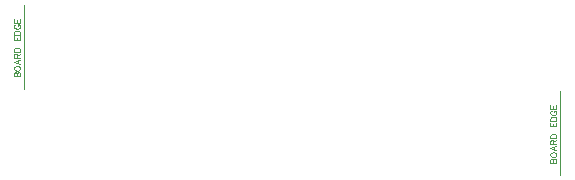
<source format=gbr>
G04 DipTrace 4.0.0.5*
G04 TopAssembly.gbr*
%MOMM*%
G04 #@! TF.FileFunction,Drawing,Top*
G04 #@! TF.Part,Single*
%ADD13C,0.12*%
%ADD77C,0.07843*%
%FSLAX35Y35*%
G04*
G71*
G90*
G75*
G01*
G04 TopAssy*
%LPD*%
X3435743Y-2909873D2*
D13*
Y-2201873D1*
X-1104507Y-2179627D2*
Y-1471627D1*
X3350980Y-2805982D2*
D77*
X3402024D1*
Y-2784082D1*
X3399553Y-2776782D1*
X3397138Y-2774367D1*
X3392309Y-2771953D1*
X3385009D1*
X3380124Y-2774367D1*
X3377709Y-2776782D1*
X3375295Y-2784082D1*
X3372824Y-2776782D1*
X3370409Y-2774367D1*
X3365580Y-2771953D1*
X3360695D1*
X3355865Y-2774367D1*
X3353395Y-2776782D1*
X3350980Y-2784082D1*
Y-2805982D1*
X3375295D2*
Y-2784082D1*
X3350980Y-2741666D2*
X3353395Y-2746552D1*
X3358280Y-2751381D1*
X3363109Y-2753852D1*
X3370409Y-2756266D1*
X3382595D1*
X3389838Y-2753852D1*
X3394724Y-2751381D1*
X3399553Y-2746552D1*
X3402024Y-2741666D1*
Y-2731952D1*
X3399553Y-2727122D1*
X3394724Y-2722237D1*
X3389838Y-2719822D1*
X3382595Y-2717408D1*
X3370409D1*
X3363109Y-2719822D1*
X3358280Y-2722237D1*
X3353395Y-2727122D1*
X3350980Y-2731952D1*
Y-2741666D1*
X3402024Y-2662807D2*
X3350980Y-2682292D1*
X3402024Y-2701722D1*
X3385009Y-2694422D2*
Y-2670107D1*
X3375295Y-2647121D2*
Y-2625277D1*
X3372824Y-2617977D1*
X3370409Y-2615506D1*
X3365580Y-2613091D1*
X3360695D1*
X3355865Y-2615506D1*
X3353395Y-2617977D1*
X3350980Y-2625277D1*
Y-2647121D1*
X3402024D1*
X3375295Y-2630106D2*
X3402024Y-2613091D1*
X3350980Y-2597405D2*
X3402024D1*
Y-2580391D1*
X3399553Y-2573091D1*
X3394724Y-2568205D1*
X3389838Y-2565791D1*
X3382595Y-2563376D1*
X3370409D1*
X3363109Y-2565791D1*
X3358280Y-2568205D1*
X3353395Y-2573091D1*
X3350980Y-2580391D1*
Y-2597405D1*
Y-2466753D2*
Y-2498311D1*
X3402024D1*
Y-2466753D1*
X3375295Y-2498311D2*
Y-2478882D1*
X3350980Y-2451066D2*
X3402024D1*
Y-2434052D1*
X3399553Y-2426752D1*
X3394724Y-2421866D1*
X3389838Y-2419452D1*
X3382595Y-2417037D1*
X3370409D1*
X3363109Y-2419452D1*
X3358280Y-2421866D1*
X3353395Y-2426752D1*
X3350980Y-2434052D1*
Y-2451066D1*
X3363109Y-2364907D2*
X3358280Y-2367322D1*
X3353395Y-2372207D1*
X3350980Y-2377036D1*
Y-2386751D1*
X3353395Y-2391636D1*
X3358280Y-2396465D1*
X3363109Y-2398936D1*
X3370409Y-2401351D1*
X3382595D1*
X3389838Y-2398936D1*
X3394724Y-2396465D1*
X3399553Y-2391636D1*
X3402024Y-2386751D1*
Y-2377036D1*
X3399553Y-2372207D1*
X3394724Y-2367322D1*
X3389838Y-2364907D1*
X3382595D1*
Y-2377036D1*
X3350980Y-2317662D2*
Y-2349221D1*
X3402024D1*
Y-2317662D1*
X3375295Y-2349221D2*
Y-2329791D1*
X-1189270Y-2075735D2*
X-1138226D1*
Y-2053835D1*
X-1140697Y-2046535D1*
X-1143112Y-2044120D1*
X-1147941Y-2041706D1*
X-1155241D1*
X-1160126Y-2044120D1*
X-1162541Y-2046535D1*
X-1164955Y-2053835D1*
X-1167426Y-2046535D1*
X-1169841Y-2044120D1*
X-1174670Y-2041706D1*
X-1179555D1*
X-1184385Y-2044120D1*
X-1186855Y-2046535D1*
X-1189270Y-2053835D1*
Y-2075735D1*
X-1164955D2*
Y-2053835D1*
X-1189270Y-2011420D2*
X-1186855Y-2016305D1*
X-1181970Y-2021134D1*
X-1177141Y-2023605D1*
X-1169841Y-2026020D1*
X-1157655D1*
X-1150412Y-2023605D1*
X-1145526Y-2021134D1*
X-1140697Y-2016305D1*
X-1138226Y-2011420D1*
Y-2001705D1*
X-1140697Y-1996876D1*
X-1145526Y-1991990D1*
X-1150412Y-1989576D1*
X-1157655Y-1987161D1*
X-1169841D1*
X-1177141Y-1989576D1*
X-1181970Y-1991990D1*
X-1186855Y-1996876D1*
X-1189270Y-2001705D1*
Y-2011420D1*
X-1138226Y-1932560D2*
X-1189270Y-1952046D1*
X-1138226Y-1971475D1*
X-1155241Y-1964175D2*
Y-1939860D1*
X-1164955Y-1916874D2*
Y-1895030D1*
X-1167426Y-1887730D1*
X-1169841Y-1885259D1*
X-1174670Y-1882845D1*
X-1179555D1*
X-1184385Y-1885259D1*
X-1186855Y-1887730D1*
X-1189270Y-1895030D1*
Y-1916874D1*
X-1138226D1*
X-1164955Y-1899859D2*
X-1138226Y-1882845D1*
X-1189270Y-1867158D2*
X-1138226D1*
Y-1850144D1*
X-1140697Y-1842844D1*
X-1145526Y-1837958D1*
X-1150412Y-1835544D1*
X-1157655Y-1833129D1*
X-1169841D1*
X-1177141Y-1835544D1*
X-1181970Y-1837958D1*
X-1186855Y-1842844D1*
X-1189270Y-1850144D1*
Y-1867158D1*
Y-1736506D2*
Y-1768064D1*
X-1138226D1*
Y-1736506D1*
X-1164955Y-1768064D2*
Y-1748635D1*
X-1189270Y-1720820D2*
X-1138226D1*
Y-1703805D1*
X-1140697Y-1696505D1*
X-1145526Y-1691620D1*
X-1150412Y-1689205D1*
X-1157655Y-1686790D1*
X-1169841D1*
X-1177141Y-1689205D1*
X-1181970Y-1691620D1*
X-1186855Y-1696505D1*
X-1189270Y-1703805D1*
Y-1720820D1*
X-1177141Y-1634660D2*
X-1181970Y-1637075D1*
X-1186855Y-1641960D1*
X-1189270Y-1646790D1*
Y-1656504D1*
X-1186855Y-1661390D1*
X-1181970Y-1666219D1*
X-1177141Y-1668690D1*
X-1169841Y-1671104D1*
X-1157655D1*
X-1150412Y-1668690D1*
X-1145526Y-1666219D1*
X-1140697Y-1661390D1*
X-1138226Y-1656504D1*
Y-1646790D1*
X-1140697Y-1641960D1*
X-1145526Y-1637075D1*
X-1150412Y-1634660D1*
X-1157655D1*
Y-1646790D1*
X-1189270Y-1587416D2*
Y-1618974D1*
X-1138226D1*
Y-1587416D1*
X-1164955Y-1618974D2*
Y-1599545D1*
M02*

</source>
